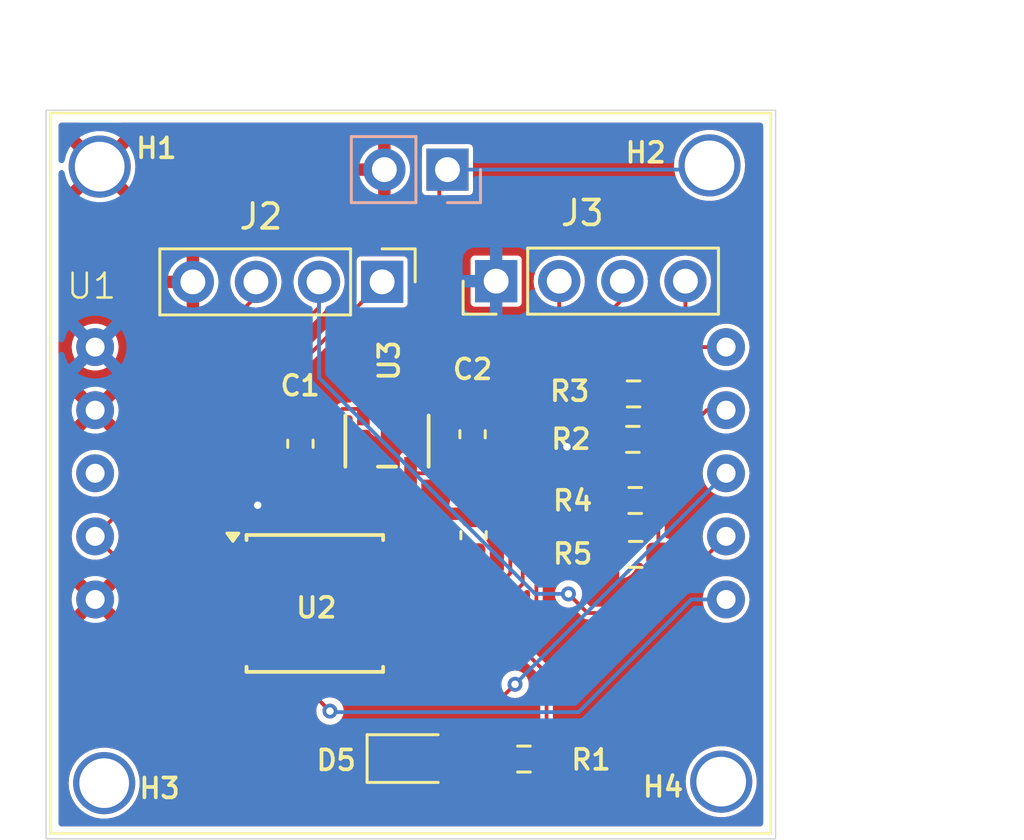
<source format=kicad_pcb>
(kicad_pcb (version 20240108) (generator "pcbnew") (generator_version "8.0")
  (layers (0 "F.Cu" signal) (31 "B.Cu" signal) (34 "B.Paste" user) (35 "F.Paste" user) (36 "B.SilkS" user "B.Silkscreen") (37 "F.SilkS" user "F.Silkscreen") (38 "B.Mask" user) (39 "F.Mask" user) (44 "Edge.Cuts" user))
  (net 0 "")
  (net 1 "GND")
  (net 2 "VDD_3.3V")
  (net 4 "VCC")
  (net 5 "Net-(U1-S0)")
  (net 6 "Net-(U1-S1)")
  (net 7 "COLOR_OUT")
  (net 8 "LED_FLASH")
  (net 10 "Net-(D5-A)")
  (net 11 "LED_OUT")
  (net 12 "MIC_2")
  (net 13 "MIC_1")
  (net 14 "MIC_6")
  (footprint "Resistor_SMD:R_0603_1608Metric_Pad0.98x0.95mm_HandSolder" (layer "F.Cu") (at 135.7625 80.58 180)
    (property "Reference" "R2" (at 2.4925 0.01 180) (layer "F.SilkS") (effects (font (size 0.8 0.8))))
    (property "Value" "R")
    (fp_line (start -0.254724 0.5225) (end 0.254724 0.5225) (stroke (width 0.12)) (layer "F.SilkS"))
    (fp_line (start -0.254724 -0.5225) (end 0.254724 -0.5225) (stroke (width 0.12)) (layer "F.SilkS"))
    (pad "1" smd roundrect (at -0.9125 0 180) (size 0.975 0.95) (layers "F.Cu" "F.Paste" "F.Mask") (net 5 "Net-(U1-S0)"))
    (pad "2" smd roundrect (at 0.9125 0 180) (size 0.975 0.95) (layers "F.Cu" "F.Paste" "F.Mask") (net 2 "VDD_3.3V"))
  )
  (footprint "MountingHole:MT_Hole" (layer "F.Cu") (at 139.32 94.36)
    (property "Reference" "H4" (at -2.34 0.21 0) (layer "F.SilkS") (effects (font (size 0.8 0.8))))
    (property "Value" "MountingHole")
    (pad "1" thru_hole circle (at 0 0) (size 2.5 2.5) (drill 2) (layers "*.Cu" "*.Mask"))
  )
  (footprint "Capacitor_SMD:C_0603_1608Metric_Pad1.08x0.95mm_HandSolder" (layer "F.Cu") (at 129.35 84.4375 90)
    (property "Reference" "C3" (hide yes))
    (property "Value" "C")
    (fp_line (start -0.146267 -0.51) (end 0.146267 -0.51) (stroke (width 0.12)) (layer "F.SilkS"))
    (fp_line (start -0.146267 0.51) (end 0.146267 0.51) (stroke (width 0.12)) (layer "F.SilkS"))
    (pad "1" smd roundrect (at -0.8625 0 90) (size 1.075 0.95) (layers "F.Cu" "F.Paste" "F.Mask") (net 2 "VDD_3.3V"))
    (pad "2" smd roundrect (at 0.8625 0 90) (size 1.075 0.95) (layers "F.Cu" "F.Paste" "F.Mask") (net 1 "GND"))
  )
  (footprint "Resistor_SMD:R_0603_1608Metric_Pad0.98x0.95mm_HandSolder" (layer "F.Cu") (at 135.8775 85.21 180)
    (property "Reference" "R5" (at 2.5375 0.02 180) (layer "F.SilkS") (effects (font (size 0.8 0.8))))
    (property "Value" "R")
    (fp_line (start -0.254724 0.5225) (end 0.254724 0.5225) (stroke (width 0.12)) (layer "F.SilkS"))
    (fp_line (start -0.254724 -0.5225) (end 0.254724 -0.5225) (stroke (width 0.12)) (layer "F.SilkS"))
    (pad "1" smd roundrect (at -0.9125 0 180) (size 0.975 0.95) (layers "F.Cu" "F.Paste" "F.Mask") (net 6 "Net-(U1-S1)"))
    (pad "2" smd roundrect (at 0.9125 0 180) (size 0.975 0.95) (layers "F.Cu" "F.Paste" "F.Mask") (net 1 "GND"))
  )
  (footprint "Resistor_SMD:R_0603_1608Metric_Pad0.98x0.95mm_HandSolder" (layer "F.Cu") (at 131.3775 93.45 180)
    (property "Reference" "R1" (at -2.7025 -0.03 180) (layer "F.SilkS") (effects (font (size 0.8 0.8))))
    (property "Value" "R")
    (fp_line (start -0.254724 0.5225) (end 0.254724 0.5225) (stroke (width 0.12)) (layer "F.SilkS"))
    (fp_line (start -0.254724 -0.5225) (end 0.254724 -0.5225) (stroke (width 0.12)) (layer "F.SilkS"))
    (pad "1" smd roundrect (at -0.9125 0 180) (size 0.975 0.95) (layers "F.Cu" "F.Paste" "F.Mask") (net 11 "LED_OUT"))
    (pad "2" smd roundrect (at 0.9125 0 180) (size 0.975 0.95) (layers "F.Cu" "F.Paste" "F.Mask") (net 10 "Net-(D5-A)"))
  )
  (footprint "TCS3200_DFR:TCS3200_DFR" (layer "F.Cu") (at 126.81585 81.945)
    (property "Reference" "U1" (at -12.84585 -7.535 0) (layer "F.SilkS") (effects (font (thickness 0.1))))
    (property "Value" "~")
    (fp_rect (start -14.5 -14.5) (end 14.5 14.5) (stroke (width 0.1)) (fill none) (layer "F.SilkS"))
    (pad "1" thru_hole circle (at -12.7 -5.08) (size 1.524 1.524) (drill 0.762) (layers "*.Cu" "*.Mask") (net 2 "VDD_3.3V"))
    (pad "2" thru_hole circle (at -12.7 -2.54) (size 1.524 1.524) (drill 0.762) (layers "*.Cu" "*.Mask") (net 1 "GND"))
    (pad "3" thru_hole circle (at -12.7 0) (size 1.524 1.524) (drill 0.762) (layers "*.Cu" "*.Mask"))
    (pad "4" thru_hole circle (at -12.7 2.54) (size 1.524 1.524) (drill 0.762) (layers "*.Cu" "*.Mask") (net 8 "LED_FLASH"))
    (pad "5" thru_hole circle (at -12.7 5.08) (size 1.524 1.524) (drill 0.762) (layers "*.Cu" "*.Mask") (net 1 "GND"))
    (pad "6" thru_hole circle (at 12.7 5.08) (size 1.524 1.524) (drill 0.762) (layers "*.Cu" "*.Mask") (net 7 "COLOR_OUT"))
    (pad "7" thru_hole circle (at 12.7 2.54) (size 1.524 1.524) (drill 0.762) (layers "*.Cu" "*.Mask") (net 12 "MIC_2"))
    (pad "8" thru_hole circle (at 12.7 0) (size 1.524 1.524) (drill 0.762) (layers "*.Cu" "*.Mask") (net 14 "MIC_6"))
    (pad "9" thru_hole circle (at 12.7 -2.54) (size 1.524 1.524) (drill 0.762) (layers "*.Cu" "*.Mask") (net 6 "Net-(U1-S1)"))
    (pad "10" thru_hole circle (at 12.7 -5.08) (size 1.524 1.524) (drill 0.762) (layers "*.Cu" "*.Mask") (net 5 "Net-(U1-S0)"))
  )
  (footprint "MIC5504:SOT-23-5_MC_MCH" (layer "F.Cu") (at 125.865849 80.6496 -90)
    (property "Reference" "U3" (at -3.2396 -0.084151 90) (layer "F.SilkS") (effects (font (size 0.8 0.8))))
    (property "Value" "MIC5504-3.3YM5-TR")
    (fp_line (start -1.0287 1.6764) (end 1.0287 1.6764) (stroke (width 0.1524)) (layer "F.SilkS"))
    (fp_line (start 1.0287 0.363261) (end 1.0287 -0.363261) (stroke (width 0.1524)) (layer "F.SilkS"))
    (fp_line (start 1.0287 -1.6764) (end -1.0287 -1.6764) (stroke (width 0.1524)) (layer "F.SilkS"))
    (pad "1" smd rect (at -1.2954 -0.950001 270) (size 1.3208 0.508) (layers "F.Cu" "F.Paste" "F.Mask") (net 4 "VCC"))
    (pad "2" smd rect (at -1.2954 0 270) (size 1.3208 0.508) (layers "F.Cu" "F.Paste" "F.Mask") (net 1 "GND"))
    (pad "3" smd rect (at -1.2954 0.950001 270) (size 1.3208 0.508) (layers "F.Cu" "F.Paste" "F.Mask") (net 4 "VCC"))
    (pad "4" smd rect (at 1.2954 0.950001 270) (size 1.3208 0.508) (layers "F.Cu" "F.Paste" "F.Mask"))
    (pad "5" smd rect (at 1.2954 -0.950001 270) (size 1.3208 0.508) (layers "F.Cu" "F.Paste" "F.Mask") (net 2 "VDD_3.3V"))
  )
  (footprint "Connector_PinHeader_2.54mm:PinHeader_1x04_P2.54mm_Vertical" (layer "F.Cu") (at 125.67 74.24 -90)
    (property "Reference" "J2" (at -2.63 4.88 180) (layer "F.SilkS"))
    (property "Value" "Conn_01x04_Pin")
    (fp_line (start -1.33 8.95) (end 1.33 8.95) (stroke (width 0.12)) (layer "F.SilkS"))
    (fp_line (start -1.33 1.27) (end -1.33 8.95) (stroke (width 0.12)) (layer "F.SilkS"))
    (fp_line (start -1.33 1.27) (end 1.33 1.27) (stroke (width 0.12)) (layer "F.SilkS"))
    (fp_line (start 1.33 1.27) (end 1.33 8.95) (stroke (width 0.12)) (layer "F.SilkS"))
    (fp_line (start -1.33 0) (end -1.33 -1.33) (stroke (width 0.12)) (layer "F.SilkS"))
    (fp_line (start -1.33 -1.33) (end 0 -1.33) (stroke (width 0.12)) (layer "F.SilkS"))
    (pad "1" thru_hole rect (at 0 0 270) (size 1.7 1.7) (drill 1) (layers "*.Cu" "*.Mask") (net 13 "MIC_1"))
    (pad "2" thru_hole oval (at 0 2.54 270) (size 1.7 1.7) (drill 1) (layers "*.Cu" "*.Mask") (net 12 "MIC_2"))
    (pad "3" thru_hole oval (at 0 5.08 270) (size 1.7 1.7) (drill 1) (layers "*.Cu" "*.Mask") (net 8 "LED_FLASH"))
    (pad "4" thru_hole oval (at 0 7.62 270) (size 1.7 1.7) (drill 1) (layers "*.Cu" "*.Mask") (net 1 "GND"))
  )
  (footprint "Capacitor_SMD:C_0603_1608Metric_Pad1.08x0.95mm_HandSolder" (layer "F.Cu") (at 122.38 80.7575 90)
    (property "Reference" "C1" (at 2.3375 -0.01 0) (layer "F.SilkS") (effects (font (size 0.8 0.8))))
    (property "Value" "C")
    (fp_line (start -0.146267 -0.51) (end 0.146267 -0.51) (stroke (width 0.12)) (layer "F.SilkS"))
    (fp_line (start -0.146267 0.51) (end 0.146267 0.51) (stroke (width 0.12)) (layer "F.SilkS"))
    (pad "1" smd roundrect (at -0.8625 0 90) (size 1.075 0.95) (layers "F.Cu" "F.Paste" "F.Mask") (net 1 "GND"))
    (pad "2" smd roundrect (at 0.8625 0 90) (size 1.075 0.95) (layers "F.Cu" "F.Paste" "F.Mask") (net 4 "VCC"))
  )
  (footprint "Capacitor_SMD:C_0603_1608Metric_Pad1.08x0.95mm_HandSolder" (layer "F.Cu") (at 129.31 80.3725 90)
    (property "Reference" "C2" (at 2.6125 0 180) (layer "F.SilkS") (effects (font (size 0.8 0.8))))
    (property "Value" "C")
    (fp_line (start -0.146267 -0.51) (end 0.146267 -0.51) (stroke (width 0.12)) (layer "F.SilkS"))
    (fp_line (start -0.146267 0.51) (end 0.146267 0.51) (stroke (width 0.12)) (layer "F.SilkS"))
    (pad "1" smd roundrect (at -0.8625 0 90) (size 1.075 0.95) (layers "F.Cu" "F.Paste" "F.Mask") (net 2 "VDD_3.3V"))
    (pad "2" smd roundrect (at 0.8625 0 90) (size 1.075 0.95) (layers "F.Cu" "F.Paste" "F.Mask") (net 1 "GND"))
  )
  (footprint "Resistor_SMD:R_0603_1608Metric_Pad0.98x0.95mm_HandSolder" (layer "F.Cu") (at 135.7925 78.75 180)
    (property "Reference" "R3" (at 2.5725 0.11 180) (layer "F.SilkS") (effects (font (size 0.8 0.8))))
    (property "Value" "R")
    (fp_line (start -0.254724 0.5225) (end 0.254724 0.5225) (stroke (width 0.12)) (layer "F.SilkS"))
    (fp_line (start -0.254724 -0.5225) (end 0.254724 -0.5225) (stroke (width 0.12)) (layer "F.SilkS"))
    (pad "1" smd roundrect (at -0.9125 0 180) (size 0.975 0.95) (layers "F.Cu" "F.Paste" "F.Mask") (net 5 "Net-(U1-S0)"))
    (pad "2" smd roundrect (at 0.9125 0 180) (size 0.975 0.95) (layers "F.Cu" "F.Paste" "F.Mask") (net 1 "GND"))
  )
  (footprint "Connector_PinHeader_2.54mm:PinHeader_1x04_P2.54mm_Vertical" (layer "F.Cu") (at 130.26 74.21 90)
    (property "Reference" "J3" (at 2.74 3.47 0) (layer "F.SilkS"))
    (property "Value" "Conn_01x04_Pin")
    (fp_line (start -1.33 -1.33) (end 0 -1.33) (stroke (width 0.12)) (layer "F.SilkS"))
    (fp_line (start -1.33 0) (end -1.33 -1.33) (stroke (width 0.12)) (layer "F.SilkS"))
    (fp_line (start 1.33 1.27) (end 1.33 8.95) (stroke (width 0.12)) (layer "F.SilkS"))
    (fp_line (start -1.33 1.27) (end 1.33 1.27) (stroke (width 0.12)) (layer "F.SilkS"))
    (fp_line (start -1.33 1.27) (end -1.33 8.95) (stroke (width 0.12)) (layer "F.SilkS"))
    (fp_line (start -1.33 8.95) (end 1.33 8.95) (stroke (width 0.12)) (layer "F.SilkS"))
    (pad "1" thru_hole rect (at 0 0 90) (size 1.7 1.7) (drill 1) (layers "*.Cu" "*.Mask") (net 2 "VDD_3.3V"))
    (pad "2" thru_hole oval (at 0 2.54 90) (size 1.7 1.7) (drill 1) (layers "*.Cu" "*.Mask") (net 7 "COLOR_OUT"))
    (pad "3" thru_hole oval (at 0 5.08 90) (size 1.7 1.7) (drill 1) (layers "*.Cu" "*.Mask") (net 14 "MIC_6"))
    (pad "4" thru_hole oval (at 0 7.62 90) (size 1.7 1.7) (drill 1) (layers "*.Cu" "*.Mask") (net 11 "LED_OUT"))
  )
  (footprint "MountingHole:MT_Hole" (layer "F.Cu") (at 114.3 69.6)
    (property "Reference" "H1" (at 2.28 -0.74 0) (layer "F.SilkS") (effects (font (size 0.8 0.8))))
    (property "Value" "MountingHole_Pad")
    (pad "1" thru_hole circle (at 0 0) (size 2.5 2.5) (drill 2) (layers "*.Cu" "*.Mask") (net 1 "GND"))
  )
  (footprint "LED_SMD:LED_0805_2012Metric_Pad1.15x1.40mm_HandSolder" (layer "F.Cu") (at 126.925 93.43)
    (property "Reference" "D5" (at -3.105 0.07 0) (layer "F.SilkS") (effects (font (size 0.8 0.8))))
    (property "Value" "LED")
    (fp_line (start -1.86 -0.96) (end -1.86 0.96) (stroke (width 0.12)) (layer "F.SilkS"))
    (fp_line (start -1.86 0.96) (end 1 0.96) (stroke (width 0.12)) (layer "F.SilkS"))
    (fp_line (start 1 -0.96) (end -1.86 -0.96) (stroke (width 0.12)) (layer "F.SilkS"))
    (pad "1" smd roundrect (at -1.025 0) (size 1.15 1.4) (layers "F.Cu" "F.Paste" "F.Mask") (roundrect_rratio 0.217391) (net 1 "GND"))
    (pad "2" smd roundrect (at 1.025 0) (size 1.15 1.4) (layers "F.Cu" "F.Paste" "F.Mask") (roundrect_rratio 0.217391) (net 10 "Net-(D5-A)"))
  )
  (footprint "MountingHole:MT_Hole" (layer "F.Cu") (at 114.48 94.42)
    (property "Reference" "H3" (at 2.23 0.21 0) (layer "F.SilkS") (effects (font (size 0.8 0.8))))
    (property "Value" "MountingHole")
    (pad "1" thru_hole circle (at 0 0) (size 2.5 2.5) (drill 2) (layers "*.Cu" "*.Mask"))
  )
  (footprint "Resistor_SMD:R_0603_1608Metric_Pad0.98x0.95mm_HandSolder" (layer "F.Cu") (at 135.8575 83.04 180)
    (property "Reference" "R4" (at 2.5175 -0.01 180) (layer "F.SilkS") (effects (font (size 0.8 0.8))))
    (property "Value" "R")
    (fp_line (start -0.254724 0.5225) (end 0.254724 0.5225) (stroke (width 0.12)) (layer "F.SilkS"))
    (fp_line (start -0.254724 -0.5225) (end 0.254724 -0.5225) (stroke (width 0.12)) (layer "F.SilkS"))
    (pad "1" smd roundrect (at -0.9125 0 180) (size 0.975 0.95) (layers "F.Cu" "F.Paste" "F.Mask") (net 6 "Net-(U1-S1)"))
    (pad "2" smd roundrect (at 0.9125 0 180) (size 0.975 0.95) (layers "F.Cu" "F.Paste" "F.Mask") (net 2 "VDD_3.3V"))
  )
  (footprint "MountingHole:MT_Hole" (layer "F.Cu") (at 138.85 69.55)
    (property "Reference" "H2" (at -2.57 -0.51 0) (layer "F.SilkS") (effects (font (size 0.8 0.8))))
    (property "Value" "MountingHole_Pad")
    (pad "1" thru_hole circle (at 0 0) (size 2.5 2.5) (drill 2) (layers "*.Cu" "*.Mask") (net 4 "VCC"))
  )
  (footprint "Package_SO:SOIC-8W_5.3x5.3mm_P1.27mm" (layer "F.Cu") (at 122.96 87.185)
    (property "Reference" "U2" (at 0.06 0.175 0) (layer "F.SilkS") (effects (font (size 0.8 0.8))))
    (property "Value" "ATtiny85-20S")
    (fp_line (start -2.75 -2.755) (end -2.75 -2.55) (stroke (width 0.15)) (layer "F.SilkS"))
    (fp_line (start -2.75 -2.755) (end 2.75 -2.755) (stroke (width 0.15)) (layer "F.SilkS"))
    (fp_line (start -2.75 2.755) (end -2.75 2.55) (stroke (width 0.15)) (layer "F.SilkS"))
    (fp_line (start -2.75 2.755) (end 2.75 2.755) (stroke (width 0.15)) (layer "F.SilkS"))
    (fp_line (start 2.75 -2.755) (end 2.75 -2.55) (stroke (width 0.15)) (layer "F.SilkS"))
    (fp_line (start 2.75 2.755) (end 2.75 2.55) (stroke (width 0.15)) (layer "F.SilkS"))
    (fp_poly (pts (xy -3.3 -2.5) (xy -3.54 -2.83) (xy -3.06 -2.83) (xy -3.3 -2.5)) (stroke (width 0.12)) (fill solid) (layer "F.SilkS"))
    (pad "1" smd rect (at -3.65 -1.905) (size 1.7 0.65) (layers "F.Cu" "F.Paste" "F.Mask") (net 13 "MIC_1"))
    (pad "2" smd rect (at -3.65 -0.635) (size 1.7 0.65) (layers "F.Cu" "F.Paste" "F.Mask") (net 12 "MIC_2"))
    (pad "3" smd rect (at -3.65 0.635) (size 1.7 0.65) (layers "F.Cu" "F.Paste" "F.Mask") (net 8 "LED_FLASH"))
    (pad "4" smd rect (at -3.65 1.905) (size 1.7 0.65) (layers "F.Cu" "F.Paste" "F.Mask") (net 1 "GND"))
    (pad "5" smd rect (at 3.65 1.905) (size 1.7 0.65) (layers "F.Cu" "F.Paste" "F.Mask") (net 11 "LED_OUT"))
    (pad "6" smd rect (at 3.65 0.635) (size 1.7 0.65) (layers "F.Cu" "F.Paste" "F.Mask") (net 14 "MIC_6"))
    (pad "7" smd rect (at 3.65 -0.635) (size 1.7 0.65) (layers "F.Cu" "F.Paste" "F.Mask") (net 7 "COLOR_OUT"))
    (pad "8" smd rect (at 3.65 -1.905) (size 1.7 0.65) (layers "F.Cu" "F.Paste" "F.Mask") (net 2 "VDD_3.3V"))
  )
  (footprint "Connector_PinHeader_2.54mm:PinHeader_1x02_P2.54mm_Vertical" (layer "B.Cu") (at 128.3 69.72 90)
    (property "Reference" "J1" (hide yes))
    (property "Value" "Conn_01x02_Pin")
    (fp_line (start 1.33 -3.87) (end -1.33 -3.87) (stroke (width 0.12)) (layer "B.SilkS"))
    (fp_line (start 1.33 -3.87) (end 1.33 -1.27) (stroke (width 0.12)) (layer "B.SilkS"))
    (fp_line (start -1.33 -3.87) (end -1.33 -1.27) (stroke (width 0.12)) (layer "B.SilkS"))
    (fp_line (start 1.33 -1.27) (end -1.33 -1.27) (stroke (width 0.12)) (layer "B.SilkS"))
    (fp_line (start 0 1.33) (end -1.33 1.33) (stroke (width 0.12)) (layer "B.SilkS"))
    (fp_line (start -1.33 1.33) (end -1.33 0) (stroke (width 0.12)) (layer "B.SilkS"))
    (pad "1" thru_hole rect (at 0 0 90) (size 1.7 1.7) (drill 1) (layers "*.Cu" "*.Mask") (net 4 "VCC"))
    (pad "2" thru_hole oval (at 0 -2.54 90) (size 1.7 1.7) (drill 1) (layers "*.Cu" "*.Mask") (net 1 "GND"))
  )
  (gr_rect (start 112.14 67.33) (end 141.51 96.66) (stroke (width 0.05)) (fill none) (layer "Edge.Cuts"))
  (segment (start 129.35 85.3) (end 126.63 85.3) (width 0.1524) (layer "F.Cu") (net 2))
  (segment (start 126.63 85.3) (end 126.61 85.28) (width 0.1524) (layer "F.Cu") (net 2))
  (segment (start 126.61 85.28) (end 122.71 85.28) (width 0.1524) (layer "F.Cu") (net 2))
  (segment (start 134.85 80.58) (end 134.85 82.945) (width 0.1524) (layer "F.Cu") (net 2))
  (segment (start 127.835 81.945) (end 126.81585 81.945) (width 0.1524) (layer "F.Cu") (net 2))
  (segment (start 122.71 85.28) (end 120.66 83.23) (width 0.1524) (layer "F.Cu") (net 2))
  (segment (start 134.85 82.945) (end 134.945 83.04) (width 0.1524) (layer "F.Cu") (net 2))
  (segment (start 126.81585 81.945) (end 126.81585 85.07415) (width 0.1524) (layer "F.Cu") (net 2))
  (segment (start 133.41 80.58) (end 133.11 80.88) (width 0.1524) (layer "F.Cu") (net 2))
  (segment (start 129.31 81.235) (end 128.545 81.235) (width 0.1524) (layer "F.Cu") (net 2))
  (segment (start 134.85 80.58) (end 133.41 80.58) (width 0.1524) (layer "F.Cu") (net 2))
  (segment (start 126.81585 85.07415) (end 126.61 85.28) (width 0.1524) (layer "F.Cu") (net 2))
  (segment (start 128.545 81.235) (end 127.835 81.945) (width 0.1524) (layer "F.Cu") (net 2))
  (via (at 120.66 83.23) (size 0.6) (drill 0.3) (layers "F.Cu" "B.Cu") (net 2))
  (via (at 133.11 80.88) (size 0.6) (drill 0.3) (layers "F.Cu" "B.Cu") (net 2))
  (segment (start 127.97 76.72) (end 127.97 70.05) (width 0.1524) (layer "F.Cu") (net 4))
  (segment (start 123.535 79.895) (end 124.0758 79.3542) (width 0.1524) (layer "F.Cu") (net 4))
  (segment (start 125.62 76.72) (end 127.97 76.72) (width 0.1524) (layer "F.Cu") (net 4))
  (segment (start 127.97 70.05) (end 128.3 69.72) (width 0.1524) (layer "F.Cu") (net 4))
  (segment (start 124.0758 79.3542) (end 124.915848 79.3542) (width 0.1524) (layer "F.Cu") (net 4))
  (segment (start 124.915848 77.424152) (end 125.62 76.72) (width 0.1524) (layer "F.Cu") (net 4))
  (segment (start 126.81585 79.3542) (end 126.81585 78.55415) (width 0.1524) (layer "F.Cu") (net 4))
  (segment (start 127.97 77.4) (end 127.97 76.72) (width 0.1524) (layer "F.Cu") (net 4))
  (segment (start 126.81585 78.55415) (end 127.97 77.4) (width 0.1524) (layer "F.Cu") (net 4))
  (segment (start 124.915848 79.3542) (end 124.915848 77.424152) (width 0.1524) (layer "F.Cu") (net 4))
  (segment (start 122.38 79.895) (end 123.535 79.895) (width 0.1524) (layer "F.Cu") (net 4))
  (segment (start 128.3 69.72) (end 138.68 69.72) (width 0.1524) (layer "B.Cu") (net 4))
  (segment (start 138.68 69.72) (end 138.85 69.55) (width 0.1524) (layer "B.Cu") (net 4))
  (segment (start 136.705 78.75) (end 136.705 78.095) (width 0.1524) (layer "F.Cu") (net 5))
  (segment (start 136.675 80.58) (end 136.675 78.78) (width 0.1524) (layer "F.Cu") (net 5))
  (segment (start 136.675 78.78) (end 136.705 78.75) (width 0.1524) (layer "F.Cu") (net 5))
  (segment (start 137.935 76.865) (end 139.51585 76.865) (width 0.1524) (layer "F.Cu") (net 5))
  (segment (start 136.705 78.095) (end 137.935 76.865) (width 0.1524) (layer "F.Cu") (net 5))
  (segment (start 136.79 83.06) (end 136.77 83.04) (width 0.1524) (layer "F.Cu") (net 6))
  (segment (start 136.79 85.21) (end 136.79 83.06) (width 0.1524) (layer "F.Cu") (net 6))
  (segment (start 139.51585 79.405) (end 138.735 79.405) (width 0.1524) (layer "F.Cu") (net 6))
  (segment (start 138.02 80.12) (end 138.02 81.23) (width 0.1524) (layer "F.Cu") (net 6))
  (segment (start 138.02 81.23) (end 136.77 82.48) (width 0.1524) (layer "F.Cu") (net 6))
  (segment (start 138.735 79.405) (end 138.02 80.12) (width 0.1524) (layer "F.Cu") (net 6))
  (segment (start 136.77 82.48) (end 136.77 83.04) (width 0.1524) (layer "F.Cu") (net 6))
  (segment (start 132.8 76.73) (end 132.8 74.21) (width 0.1524) (layer "F.Cu") (net 7))
  (segment (start 124.36 86.55) (end 126.61 86.55) (width 0.1524) (layer "F.Cu") (net 7))
  (segment (start 130.25 86.55) (end 130.83 85.97) (width 0.1524) (layer "F.Cu") (net 7))
  (segment (start 126.61 86.55) (end 130.25 86.55) (width 0.1524) (layer "F.Cu") (net 7))
  (segment (start 130.83 85.97) (end 130.83 78.7) (width 0.1524) (layer "F.Cu") (net 7))
  (segment (start 130.83 78.7) (end 132.8 76.73) (width 0.1524) (layer "F.Cu") (net 7))
  (segment (start 123.57 91.52) (end 122.63 90.58) (width 0.1524) (layer "F.Cu") (net 7))
  (segment (start 122.63 88.28) (end 124.36 86.55) (width 0.1524) (layer "F.Cu") (net 7))
  (segment (start 122.63 90.58) (end 122.63 88.28) (width 0.1524) (layer "F.Cu") (net 7))
  (via (at 123.57 91.52) (size 0.6) (drill 0.3) (layers "F.Cu" "B.Cu") (net 7))
  (segment (start 123.61 91.56) (end 133.58 91.56) (width 0.1524) (layer "B.Cu") (net 7))
  (segment (start 133.58 91.56) (end 138.115 87.025) (width 0.1524) (layer "B.Cu") (net 7))
  (segment (start 138.115 87.025) (end 139.51585 87.025) (width 0.1524) (layer "B.Cu") (net 7))
  (segment (start 123.57 91.52) (end 123.61 91.56) (width 0.1524) (layer "B.Cu") (net 7))
  (segment (start 116.14 82.46) (end 116.14 79.28) (width 0.1524) (layer "F.Cu") (net 8))
  (segment (start 117.45085 87.82) (end 114.11585 84.485) (width 0.1524) (layer "F.Cu") (net 8))
  (segment (start 115.41 83.19) (end 116.14 82.46) (width 0.1524) (layer "F.Cu") (net 8))
  (segment (start 114.305 84.485) (end 114.11585 84.485) (width 0.1524) (layer "F.Cu") (net 8))
  (segment (start 116.14 79.28) (end 120.59 74.83) (width 0.1524) (layer "F.Cu") (net 8))
  (segment (start 120.59 74.83) (end 120.59 74.24) (width 0.1524) (layer "F.Cu") (net 8))
  (segment (start 119.31 87.82) (end 117.45085 87.82) (width 0.1524) (layer "F.Cu") (net 8))
  (segment (start 115.41 83.19085) (end 115.41 83.19) (width 0.1524) (layer "F.Cu") (net 8))
  (segment (start 114.11585 84.485) (end 115.41 83.19085) (width 0.1524) (layer "F.Cu") (net 8))
  (segment (start 127.95 93.43) (end 130.445 93.43) (width 0.1524) (layer "F.Cu") (net 10))
  (segment (start 130.445 93.43) (end 130.465 93.45) (width 0.1524) (layer "F.Cu") (net 10))
  (segment (start 131.88 88.5) (end 131.88 79.33) (width 0.1524) (layer "F.Cu") (net 11))
  (segment (start 126.61 89.09) (end 129.17 89.09) (width 0.1524) (layer "F.Cu") (net 11))
  (segment (start 132.29 93.45) (end 132.29 90) (width 0.1524) (layer "F.Cu") (net 11))
  (segment (start 136.8 76.85) (end 137.88 75.77) (width 0.1524) (layer "F.Cu") (net 11))
  (segment (start 129.17 89.09) (end 131.29 89.09) (width 0.1524) (layer "F.Cu") (net 11))
  (segment (start 131.88 79.33) (end 134.36 76.85) (width 0.1524) (layer "F.Cu") (net 11))
  (segment (start 132.29 90) (end 131.38 89.09) (width 0.1524) (layer "F.Cu") (net 11))
  (segment (start 131.29 89.09) (end 131.88 88.5) (width 0.1524) (layer "F.Cu") (net 11))
  (segment (start 134.36 76.85) (end 136.8 76.85) (width 0.1524) (layer "F.Cu") (net 11))
  (segment (start 137.88 75.77) (end 137.88 74.21) (width 0.1524) (layer "F.Cu") (net 11))
  (segment (start 131.38 89.09) (end 129.17 89.09) (width 0.1524) (layer "F.Cu") (net 11))
  (segment (start 119.79 76.61) (end 121.79 76.61) (width 0.1524) (layer "F.Cu") (net 12))
  (segment (start 119.31 86.55) (end 117.66 86.55) (width 0.1524) (layer "F.Cu") (net 12))
  (segment (start 116.9 82.61) (end 116.88 82.59) (width 0.1524) (layer "F.Cu") (net 12))
  (segment (start 116.88 79.52) (end 119.79 76.61) (width 0.1524) (layer "F.Cu") (net 12))
  (segment (start 133.17 86.8) (end 133.94 87.57) (width 0.1524) (layer "F.Cu") (net 12))
  (segment (start 116.9 85.79) (end 116.9 82.61) (width 0.1524) (layer "F.Cu") (net 12))
  (segment (start 117.66 86.55) (end 116.9 85.79) (width 0.1524) (layer "F.Cu") (net 12))
  (segment (start 123.13 75.27) (end 123.13 74.24) (width 0.1524) (layer "F.Cu") (net 12))
  (segment (start 116.88 82.59) (end 116.88 79.52) (width 0.1524) (layer "F.Cu") (net 12))
  (segment (start 136.43085 87.57) (end 139.51585 84.485) (width 0.1524) (layer "F.Cu") (net 12))
  (segment (start 121.79 76.61) (end 123.13 75.27) (width 0.1524) (layer "F.Cu") (net 12))
  (segment (start 133.94 87.57) (end 136.43085 87.57) (width 0.1524) (layer "F.Cu") (net 12))
  (via (at 133.17 86.8) (size 0.6) (drill 0.3) (layers "F.Cu" "B.Cu") (net 12))
  (segment (start 131.83 86.8) (end 133.17 86.8) (width 0.1524) (layer "B.Cu") (net 12))
  (segment (start 123.13 74.24) (end 123.13 78.1) (width 0.1524) (layer "B.Cu") (net 12))
  (segment (start 123.13 78.1) (end 131.83 86.8) (width 0.1524) (layer "B.Cu") (net 12))
  (segment (start 119.31 85.28) (end 118.22 85.28) (width 0.1524) (layer "F.Cu") (net 13))
  (segment (start 122.61 77.3) (end 125.67 74.24) (width 0.1524) (layer "F.Cu") (net 13))
  (segment (start 119.93 77.3) (end 122.61 77.3) (width 0.1524) (layer "F.Cu") (net 13))
  (segment (start 118.22 85.28) (end 117.49 84.55) (width 0.1524) (layer "F.Cu") (net 13))
  (segment (start 117.49 79.74) (end 119.93 77.3) (width 0.1524) (layer "F.Cu") (net 13))
  (segment (start 117.49 84.55) (end 117.49 79.74) (width 0.1524) (layer "F.Cu") (net 13))
  (segment (start 124.8 90.97) (end 123.63 89.8) (width 0.1524) (layer "F.Cu") (net 14))
  (segment (start 123.63 89.8) (end 123.63 88.63) (width 0.1524) (layer "F.Cu") (net 14))
  (segment (start 135.34 74.94) (end 135.34 74.21) (width 0.1524) (layer "F.Cu") (net 14))
  (segment (start 131.33 86.4) (end 131.33 78.95) (width 0.1524) (layer "F.Cu") (net 14))
  (segment (start 131.02085 90.44) (end 130.49085 90.97) (width 0.1524) (layer "F.Cu") (net 14))
  (segment (start 129.91 87.82) (end 131.33 86.4) (width 0.1524) (layer "F.Cu") (net 14))
  (segment (start 130.49085 90.97) (end 124.8 90.97) (width 0.1524) (layer "F.Cu") (net 14))
  (segment (start 124.44 87.82) (end 126.61 87.82) (width 0.1524) (layer "F.Cu") (net 14))
  (segment (start 123.63 88.63) (end 124.44 87.82) (width 0.1524) (layer "F.Cu") (net 14))
  (segment (start 131.33 78.95) (end 135.34 74.94) (width 0.1524) (layer "F.Cu") (net 14))
  (segment (start 126.61 87.82) (end 129.91 87.82) (width 0.1524) (layer "F.Cu") (net 14))
  (via (at 131.02085 90.44) (size 0.6) (drill 0.3) (layers "F.Cu" "B.Cu") (net 14))
  (segment (start 131.02085 90.44) (end 139.51585 81.945) (width 0.1524) (layer "B.Cu") (net 14))
  (zone (net 1) (net_name "GND") (layer "F.Cu") (connect_pads (clearance 0.1524)) (min_thickness 0.25) (fill yes (thermal_gap 0.5) (thermal_bridge_width 0.5))
    (polygon (pts (xy 112.5 67.54) (xy 141.04 67.67) (xy 141.17 96.4) (xy 112.4 96.35) (xy 112.6 96.19) (xy 112.39 67.54)))
  )
  (zone (net 2) (net_name "VDD_3.3V") (layer "B.Cu") (priority 1) (connect_pads (clearance 0.1524)) (min_thickness 0.25) (fill yes (thermal_gap 0.5) (thermal_bridge_width 0.5))
    (polygon (pts (xy 112.5 67.54) (xy 141.04 67.67) (xy 141.17 96.4) (xy 112.59 96.32) (xy 112.39 67.54)))
  )
)
</source>
